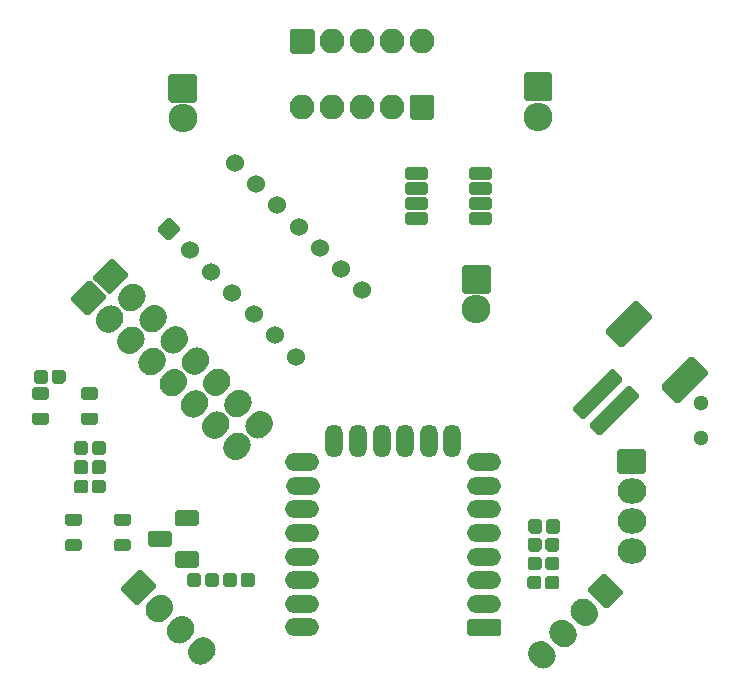
<source format=gbr>
%TF.GenerationSoftware,KiCad,Pcbnew,(5.1.10)-1*%
%TF.CreationDate,2022-09-07T11:24:22-03:00*%
%TF.ProjectId,OpenBCI_Wifi_Shield,4f70656e-4243-4495-9f57-6966695f5368,v1.0.0*%
%TF.SameCoordinates,Original*%
%TF.FileFunction,Soldermask,Top*%
%TF.FilePolarity,Negative*%
%FSLAX46Y46*%
G04 Gerber Fmt 4.6, Leading zero omitted, Abs format (unit mm)*
G04 Created by KiCad (PCBNEW (5.1.10)-1) date 2022-09-07 11:24:22*
%MOMM*%
%LPD*%
G01*
G04 APERTURE LIST*
%ADD10O,2.900000X1.500000*%
%ADD11O,1.500000X2.800000*%
%ADD12O,2.432000X2.127200*%
%ADD13O,2.432000X2.432000*%
%ADD14C,1.300000*%
%ADD15C,1.530000*%
%ADD16O,2.100000X2.100000*%
G04 APERTURE END LIST*
%TO.C,R8*%
G36*
G01*
X122297200Y-107055000D02*
X122297200Y-106305000D01*
G75*
G02*
X122497200Y-106105000I200000J0D01*
G01*
X123297200Y-106105000D01*
G75*
G02*
X123497200Y-106305000I0J-200000D01*
G01*
X123497200Y-107055000D01*
G75*
G02*
X123297200Y-107255000I-200000J0D01*
G01*
X122497200Y-107255000D01*
G75*
G02*
X122297200Y-107055000I0J200000D01*
G01*
G37*
G36*
G01*
X123797200Y-107055000D02*
X123797200Y-106305000D01*
G75*
G02*
X123997200Y-106105000I200000J0D01*
G01*
X124797200Y-106105000D01*
G75*
G02*
X124997200Y-106305000I0J-200000D01*
G01*
X124997200Y-107055000D01*
G75*
G02*
X124797200Y-107255000I-200000J0D01*
G01*
X123997200Y-107255000D01*
G75*
G02*
X123797200Y-107055000I0J200000D01*
G01*
G37*
%TD*%
%TO.C,SW4*%
G36*
G01*
X94449000Y-103932000D02*
X94449000Y-104932000D01*
G75*
G02*
X94249000Y-105132000I-200000J0D01*
G01*
X92649000Y-105132000D01*
G75*
G02*
X92449000Y-104932000I0J200000D01*
G01*
X92449000Y-103932000D01*
G75*
G02*
X92649000Y-103732000I200000J0D01*
G01*
X94249000Y-103732000D01*
G75*
G02*
X94449000Y-103932000I0J-200000D01*
G01*
G37*
G36*
G01*
X92149000Y-105682000D02*
X92149000Y-106682000D01*
G75*
G02*
X91949000Y-106882000I-200000J0D01*
G01*
X90349000Y-106882000D01*
G75*
G02*
X90149000Y-106682000I0J200000D01*
G01*
X90149000Y-105682000D01*
G75*
G02*
X90349000Y-105482000I200000J0D01*
G01*
X91949000Y-105482000D01*
G75*
G02*
X92149000Y-105682000I0J-200000D01*
G01*
G37*
G36*
G01*
X94449000Y-107432000D02*
X94449000Y-108432000D01*
G75*
G02*
X94249000Y-108632000I-200000J0D01*
G01*
X92649000Y-108632000D01*
G75*
G02*
X92449000Y-108432000I0J200000D01*
G01*
X92449000Y-107432000D01*
G75*
G02*
X92649000Y-107232000I200000J0D01*
G01*
X94249000Y-107232000D01*
G75*
G02*
X94449000Y-107432000I0J-200000D01*
G01*
G37*
%TD*%
%TO.C,U1*%
G36*
G01*
X120074000Y-113132000D02*
X120074000Y-114232000D01*
G75*
G02*
X119874000Y-114432000I-200000J0D01*
G01*
X117374000Y-114432000D01*
G75*
G02*
X117174000Y-114232000I0J200000D01*
G01*
X117174000Y-113132000D01*
G75*
G02*
X117374000Y-112932000I200000J0D01*
G01*
X119874000Y-112932000D01*
G75*
G02*
X120074000Y-113132000I0J-200000D01*
G01*
G37*
D10*
X118624000Y-111682000D03*
X118624000Y-109682000D03*
X118624000Y-107682000D03*
X118624000Y-105682000D03*
X118624000Y-103682000D03*
X118624000Y-101682000D03*
X118624000Y-99682000D03*
X103224000Y-99682000D03*
X103324000Y-101682000D03*
X103224000Y-103682000D03*
X103224000Y-105682000D03*
X103224000Y-107682000D03*
X103224000Y-109682000D03*
X103224000Y-111682000D03*
X103224000Y-113682000D03*
D11*
X115934000Y-97932000D03*
X113934000Y-97932000D03*
X111934000Y-97932000D03*
X109934000Y-97932000D03*
X107934000Y-97932000D03*
X105934000Y-97932000D03*
%TD*%
%TO.C,SW2*%
G36*
G01*
X83114200Y-104882600D02*
X83114200Y-104232600D01*
G75*
G02*
X83314200Y-104032600I200000J0D01*
G01*
X84364200Y-104032600D01*
G75*
G02*
X84564200Y-104232600I0J-200000D01*
G01*
X84564200Y-104882600D01*
G75*
G02*
X84364200Y-105082600I-200000J0D01*
G01*
X83314200Y-105082600D01*
G75*
G02*
X83114200Y-104882600I0J200000D01*
G01*
G37*
G36*
G01*
X87264200Y-104882600D02*
X87264200Y-104232600D01*
G75*
G02*
X87464200Y-104032600I200000J0D01*
G01*
X88514200Y-104032600D01*
G75*
G02*
X88714200Y-104232600I0J-200000D01*
G01*
X88714200Y-104882600D01*
G75*
G02*
X88514200Y-105082600I-200000J0D01*
G01*
X87464200Y-105082600D01*
G75*
G02*
X87264200Y-104882600I0J200000D01*
G01*
G37*
G36*
G01*
X83114200Y-107032600D02*
X83114200Y-106382600D01*
G75*
G02*
X83314200Y-106182600I200000J0D01*
G01*
X84364200Y-106182600D01*
G75*
G02*
X84564200Y-106382600I0J-200000D01*
G01*
X84564200Y-107032600D01*
G75*
G02*
X84364200Y-107232600I-200000J0D01*
G01*
X83314200Y-107232600D01*
G75*
G02*
X83114200Y-107032600I0J200000D01*
G01*
G37*
G36*
G01*
X87264200Y-107032600D02*
X87264200Y-106382600D01*
G75*
G02*
X87464200Y-106182600I200000J0D01*
G01*
X88514200Y-106182600D01*
G75*
G02*
X88714200Y-106382600I0J-200000D01*
G01*
X88714200Y-107032600D01*
G75*
G02*
X88514200Y-107232600I-200000J0D01*
G01*
X87464200Y-107232600D01*
G75*
G02*
X87264200Y-107032600I0J200000D01*
G01*
G37*
%TD*%
%TO.C,P8*%
G36*
G01*
X83644901Y-85742142D02*
X85081742Y-84305301D01*
G75*
G02*
X85364584Y-84305301I141421J-141421D01*
G01*
X86585899Y-85526616D01*
G75*
G02*
X86585899Y-85809458I-141421J-141421D01*
G01*
X85149058Y-87246299D01*
G75*
G02*
X84866216Y-87246299I-141421J141421D01*
G01*
X83644901Y-86024984D01*
G75*
G02*
X83644901Y-85742142I141421J141421D01*
G01*
G37*
G36*
G01*
X86051609Y-86927535D02*
X86267135Y-86712009D01*
G75*
G02*
X87771293Y-86712009I752079J-752079D01*
G01*
X87771293Y-86712009D01*
G75*
G02*
X87771293Y-88216167I-752079J-752079D01*
G01*
X87555767Y-88431693D01*
G75*
G02*
X86051609Y-88431693I-752079J752079D01*
G01*
X86051609Y-88431693D01*
G75*
G02*
X86051609Y-86927535I752079J752079D01*
G01*
G37*
G36*
G01*
X87847660Y-88723586D02*
X88063186Y-88508060D01*
G75*
G02*
X89567344Y-88508060I752079J-752079D01*
G01*
X89567344Y-88508060D01*
G75*
G02*
X89567344Y-90012218I-752079J-752079D01*
G01*
X89351818Y-90227744D01*
G75*
G02*
X87847660Y-90227744I-752079J752079D01*
G01*
X87847660Y-90227744D01*
G75*
G02*
X87847660Y-88723586I752079J752079D01*
G01*
G37*
G36*
G01*
X89643712Y-90519638D02*
X89859238Y-90304112D01*
G75*
G02*
X91363396Y-90304112I752079J-752079D01*
G01*
X91363396Y-90304112D01*
G75*
G02*
X91363396Y-91808270I-752079J-752079D01*
G01*
X91147870Y-92023796D01*
G75*
G02*
X89643712Y-92023796I-752079J752079D01*
G01*
X89643712Y-92023796D01*
G75*
G02*
X89643712Y-90519638I752079J752079D01*
G01*
G37*
G36*
G01*
X91439763Y-92315689D02*
X91655289Y-92100163D01*
G75*
G02*
X93159447Y-92100163I752079J-752079D01*
G01*
X93159447Y-92100163D01*
G75*
G02*
X93159447Y-93604321I-752079J-752079D01*
G01*
X92943921Y-93819847D01*
G75*
G02*
X91439763Y-93819847I-752079J752079D01*
G01*
X91439763Y-93819847D01*
G75*
G02*
X91439763Y-92315689I752079J752079D01*
G01*
G37*
G36*
G01*
X93235814Y-94111740D02*
X93451340Y-93896214D01*
G75*
G02*
X94955498Y-93896214I752079J-752079D01*
G01*
X94955498Y-93896214D01*
G75*
G02*
X94955498Y-95400372I-752079J-752079D01*
G01*
X94739972Y-95615898D01*
G75*
G02*
X93235814Y-95615898I-752079J752079D01*
G01*
X93235814Y-95615898D01*
G75*
G02*
X93235814Y-94111740I752079J752079D01*
G01*
G37*
G36*
G01*
X95031865Y-95907791D02*
X95247391Y-95692265D01*
G75*
G02*
X96751549Y-95692265I752079J-752079D01*
G01*
X96751549Y-95692265D01*
G75*
G02*
X96751549Y-97196423I-752079J-752079D01*
G01*
X96536023Y-97411949D01*
G75*
G02*
X95031865Y-97411949I-752079J752079D01*
G01*
X95031865Y-97411949D01*
G75*
G02*
X95031865Y-95907791I752079J752079D01*
G01*
G37*
G36*
G01*
X96827917Y-97703843D02*
X97043443Y-97488317D01*
G75*
G02*
X98547601Y-97488317I752079J-752079D01*
G01*
X98547601Y-97488317D01*
G75*
G02*
X98547601Y-98992475I-752079J-752079D01*
G01*
X98332075Y-99208001D01*
G75*
G02*
X96827917Y-99208001I-752079J752079D01*
G01*
X96827917Y-99208001D01*
G75*
G02*
X96827917Y-97703843I752079J752079D01*
G01*
G37*
%TD*%
%TO.C,P9*%
G36*
G01*
X130082400Y-98555200D02*
X132114400Y-98555200D01*
G75*
G02*
X132314400Y-98755200I0J-200000D01*
G01*
X132314400Y-100482400D01*
G75*
G02*
X132114400Y-100682400I-200000J0D01*
G01*
X130082400Y-100682400D01*
G75*
G02*
X129882400Y-100482400I0J200000D01*
G01*
X129882400Y-98755200D01*
G75*
G02*
X130082400Y-98555200I200000J0D01*
G01*
G37*
D12*
X131098400Y-102158800D03*
X131098400Y-104698800D03*
X131098400Y-107238800D03*
%TD*%
%TO.C,P10*%
G36*
G01*
X128924458Y-109132301D02*
X130361299Y-110569142D01*
G75*
G02*
X130361299Y-110851984I-141421J-141421D01*
G01*
X129139984Y-112073299D01*
G75*
G02*
X128857142Y-112073299I-141421J141421D01*
G01*
X127420301Y-110636458D01*
G75*
G02*
X127420301Y-110353616I141421J141421D01*
G01*
X128641616Y-109132301D01*
G75*
G02*
X128924458Y-109132301I141421J-141421D01*
G01*
G37*
G36*
G01*
X127739065Y-111539009D02*
X127954591Y-111754535D01*
G75*
G02*
X127954591Y-113258693I-752079J-752079D01*
G01*
X127954591Y-113258693D01*
G75*
G02*
X126450433Y-113258693I-752079J752079D01*
G01*
X126234907Y-113043167D01*
G75*
G02*
X126234907Y-111539009I752079J752079D01*
G01*
X126234907Y-111539009D01*
G75*
G02*
X127739065Y-111539009I752079J-752079D01*
G01*
G37*
G36*
G01*
X125943014Y-113335060D02*
X126158540Y-113550586D01*
G75*
G02*
X126158540Y-115054744I-752079J-752079D01*
G01*
X126158540Y-115054744D01*
G75*
G02*
X124654382Y-115054744I-752079J752079D01*
G01*
X124438856Y-114839218D01*
G75*
G02*
X124438856Y-113335060I752079J752079D01*
G01*
X124438856Y-113335060D01*
G75*
G02*
X125943014Y-113335060I752079J-752079D01*
G01*
G37*
G36*
G01*
X124146962Y-115131112D02*
X124362488Y-115346638D01*
G75*
G02*
X124362488Y-116850796I-752079J-752079D01*
G01*
X124362488Y-116850796D01*
G75*
G02*
X122858330Y-116850796I-752079J752079D01*
G01*
X122642804Y-116635270D01*
G75*
G02*
X122642804Y-115131112I752079J752079D01*
G01*
X122642804Y-115131112D01*
G75*
G02*
X124146962Y-115131112I752079J-752079D01*
G01*
G37*
%TD*%
%TO.C,P7*%
G36*
G01*
X85524501Y-83913342D02*
X86961342Y-82476501D01*
G75*
G02*
X87244184Y-82476501I141421J-141421D01*
G01*
X88465499Y-83697816D01*
G75*
G02*
X88465499Y-83980658I-141421J-141421D01*
G01*
X87028658Y-85417499D01*
G75*
G02*
X86745816Y-85417499I-141421J141421D01*
G01*
X85524501Y-84196184D01*
G75*
G02*
X85524501Y-83913342I141421J141421D01*
G01*
G37*
G36*
G01*
X87931209Y-85098735D02*
X88146735Y-84883209D01*
G75*
G02*
X89650893Y-84883209I752079J-752079D01*
G01*
X89650893Y-84883209D01*
G75*
G02*
X89650893Y-86387367I-752079J-752079D01*
G01*
X89435367Y-86602893D01*
G75*
G02*
X87931209Y-86602893I-752079J752079D01*
G01*
X87931209Y-86602893D01*
G75*
G02*
X87931209Y-85098735I752079J752079D01*
G01*
G37*
G36*
G01*
X89727260Y-86894786D02*
X89942786Y-86679260D01*
G75*
G02*
X91446944Y-86679260I752079J-752079D01*
G01*
X91446944Y-86679260D01*
G75*
G02*
X91446944Y-88183418I-752079J-752079D01*
G01*
X91231418Y-88398944D01*
G75*
G02*
X89727260Y-88398944I-752079J752079D01*
G01*
X89727260Y-88398944D01*
G75*
G02*
X89727260Y-86894786I752079J752079D01*
G01*
G37*
G36*
G01*
X91523312Y-88690838D02*
X91738838Y-88475312D01*
G75*
G02*
X93242996Y-88475312I752079J-752079D01*
G01*
X93242996Y-88475312D01*
G75*
G02*
X93242996Y-89979470I-752079J-752079D01*
G01*
X93027470Y-90194996D01*
G75*
G02*
X91523312Y-90194996I-752079J752079D01*
G01*
X91523312Y-90194996D01*
G75*
G02*
X91523312Y-88690838I752079J752079D01*
G01*
G37*
G36*
G01*
X93319363Y-90486889D02*
X93534889Y-90271363D01*
G75*
G02*
X95039047Y-90271363I752079J-752079D01*
G01*
X95039047Y-90271363D01*
G75*
G02*
X95039047Y-91775521I-752079J-752079D01*
G01*
X94823521Y-91991047D01*
G75*
G02*
X93319363Y-91991047I-752079J752079D01*
G01*
X93319363Y-91991047D01*
G75*
G02*
X93319363Y-90486889I752079J752079D01*
G01*
G37*
G36*
G01*
X95115414Y-92282940D02*
X95330940Y-92067414D01*
G75*
G02*
X96835098Y-92067414I752079J-752079D01*
G01*
X96835098Y-92067414D01*
G75*
G02*
X96835098Y-93571572I-752079J-752079D01*
G01*
X96619572Y-93787098D01*
G75*
G02*
X95115414Y-93787098I-752079J752079D01*
G01*
X95115414Y-93787098D01*
G75*
G02*
X95115414Y-92282940I752079J752079D01*
G01*
G37*
G36*
G01*
X96911465Y-94078991D02*
X97126991Y-93863465D01*
G75*
G02*
X98631149Y-93863465I752079J-752079D01*
G01*
X98631149Y-93863465D01*
G75*
G02*
X98631149Y-95367623I-752079J-752079D01*
G01*
X98415623Y-95583149D01*
G75*
G02*
X96911465Y-95583149I-752079J752079D01*
G01*
X96911465Y-95583149D01*
G75*
G02*
X96911465Y-94078991I752079J752079D01*
G01*
G37*
G36*
G01*
X98707517Y-95875043D02*
X98923043Y-95659517D01*
G75*
G02*
X100427201Y-95659517I752079J-752079D01*
G01*
X100427201Y-95659517D01*
G75*
G02*
X100427201Y-97163675I-752079J-752079D01*
G01*
X100211675Y-97379201D01*
G75*
G02*
X98707517Y-97379201I-752079J752079D01*
G01*
X98707517Y-97379201D01*
G75*
G02*
X98707517Y-95875043I752079J752079D01*
G01*
G37*
%TD*%
%TO.C,P4*%
G36*
G01*
X92075000Y-66810000D02*
X94107000Y-66810000D01*
G75*
G02*
X94307000Y-67010000I0J-200000D01*
G01*
X94307000Y-69042000D01*
G75*
G02*
X94107000Y-69242000I-200000J0D01*
G01*
X92075000Y-69242000D01*
G75*
G02*
X91875000Y-69042000I0J200000D01*
G01*
X91875000Y-67010000D01*
G75*
G02*
X92075000Y-66810000I200000J0D01*
G01*
G37*
D13*
X93091000Y-70566000D03*
%TD*%
%TO.C,P6*%
G36*
G01*
X116951000Y-82985000D02*
X118983000Y-82985000D01*
G75*
G02*
X119183000Y-83185000I0J-200000D01*
G01*
X119183000Y-85217000D01*
G75*
G02*
X118983000Y-85417000I-200000J0D01*
G01*
X116951000Y-85417000D01*
G75*
G02*
X116751000Y-85217000I0J200000D01*
G01*
X116751000Y-83185000D01*
G75*
G02*
X116951000Y-82985000I200000J0D01*
G01*
G37*
X117967000Y-86741000D03*
%TD*%
%TO.C,P5*%
G36*
G01*
X122174000Y-66683000D02*
X124206000Y-66683000D01*
G75*
G02*
X124406000Y-66883000I0J-200000D01*
G01*
X124406000Y-68915000D01*
G75*
G02*
X124206000Y-69115000I-200000J0D01*
G01*
X122174000Y-69115000D01*
G75*
G02*
X121974000Y-68915000I0J200000D01*
G01*
X121974000Y-66883000D01*
G75*
G02*
X122174000Y-66683000I200000J0D01*
G01*
G37*
X123190000Y-70439000D03*
%TD*%
%TO.C,P1*%
G36*
G01*
X87853501Y-110248342D02*
X89290342Y-108811501D01*
G75*
G02*
X89573184Y-108811501I141421J-141421D01*
G01*
X90794499Y-110032816D01*
G75*
G02*
X90794499Y-110315658I-141421J-141421D01*
G01*
X89357658Y-111752499D01*
G75*
G02*
X89074816Y-111752499I-141421J141421D01*
G01*
X87853501Y-110531184D01*
G75*
G02*
X87853501Y-110248342I141421J141421D01*
G01*
G37*
G36*
G01*
X90260209Y-111433735D02*
X90475735Y-111218209D01*
G75*
G02*
X91979893Y-111218209I752079J-752079D01*
G01*
X91979893Y-111218209D01*
G75*
G02*
X91979893Y-112722367I-752079J-752079D01*
G01*
X91764367Y-112937893D01*
G75*
G02*
X90260209Y-112937893I-752079J752079D01*
G01*
X90260209Y-112937893D01*
G75*
G02*
X90260209Y-111433735I752079J752079D01*
G01*
G37*
G36*
G01*
X92056260Y-113229786D02*
X92271786Y-113014260D01*
G75*
G02*
X93775944Y-113014260I752079J-752079D01*
G01*
X93775944Y-113014260D01*
G75*
G02*
X93775944Y-114518418I-752079J-752079D01*
G01*
X93560418Y-114733944D01*
G75*
G02*
X92056260Y-114733944I-752079J752079D01*
G01*
X92056260Y-114733944D01*
G75*
G02*
X92056260Y-113229786I752079J752079D01*
G01*
G37*
G36*
G01*
X93852312Y-115025838D02*
X94067838Y-114810312D01*
G75*
G02*
X95571996Y-114810312I752079J-752079D01*
G01*
X95571996Y-114810312D01*
G75*
G02*
X95571996Y-116314470I-752079J-752079D01*
G01*
X95356470Y-116529996D01*
G75*
G02*
X93852312Y-116529996I-752079J752079D01*
G01*
X93852312Y-116529996D01*
G75*
G02*
X93852312Y-115025838I752079J752079D01*
G01*
G37*
%TD*%
%TO.C,R1*%
G36*
G01*
X83188800Y-92081000D02*
X83188800Y-92831000D01*
G75*
G02*
X82988800Y-93031000I-200000J0D01*
G01*
X82188800Y-93031000D01*
G75*
G02*
X81988800Y-92831000I0J200000D01*
G01*
X81988800Y-92081000D01*
G75*
G02*
X82188800Y-91881000I200000J0D01*
G01*
X82988800Y-91881000D01*
G75*
G02*
X83188800Y-92081000I0J-200000D01*
G01*
G37*
G36*
G01*
X81688800Y-92081000D02*
X81688800Y-92831000D01*
G75*
G02*
X81488800Y-93031000I-200000J0D01*
G01*
X80688800Y-93031000D01*
G75*
G02*
X80488800Y-92831000I0J200000D01*
G01*
X80488800Y-92081000D01*
G75*
G02*
X80688800Y-91881000I200000J0D01*
G01*
X81488800Y-91881000D01*
G75*
G02*
X81688800Y-92081000I0J-200000D01*
G01*
G37*
%TD*%
%TO.C,R3*%
G36*
G01*
X93468200Y-110039500D02*
X93468200Y-109289500D01*
G75*
G02*
X93668200Y-109089500I200000J0D01*
G01*
X94468200Y-109089500D01*
G75*
G02*
X94668200Y-109289500I0J-200000D01*
G01*
X94668200Y-110039500D01*
G75*
G02*
X94468200Y-110239500I-200000J0D01*
G01*
X93668200Y-110239500D01*
G75*
G02*
X93468200Y-110039500I0J200000D01*
G01*
G37*
G36*
G01*
X94968200Y-110039500D02*
X94968200Y-109289500D01*
G75*
G02*
X95168200Y-109089500I200000J0D01*
G01*
X95968200Y-109089500D01*
G75*
G02*
X96168200Y-109289500I0J-200000D01*
G01*
X96168200Y-110039500D01*
G75*
G02*
X95968200Y-110239500I-200000J0D01*
G01*
X95168200Y-110239500D01*
G75*
G02*
X94968200Y-110039500I0J200000D01*
G01*
G37*
%TD*%
%TO.C,R4*%
G36*
G01*
X86592400Y-101377400D02*
X86592400Y-102127400D01*
G75*
G02*
X86392400Y-102327400I-200000J0D01*
G01*
X85592400Y-102327400D01*
G75*
G02*
X85392400Y-102127400I0J200000D01*
G01*
X85392400Y-101377400D01*
G75*
G02*
X85592400Y-101177400I200000J0D01*
G01*
X86392400Y-101177400D01*
G75*
G02*
X86592400Y-101377400I0J-200000D01*
G01*
G37*
G36*
G01*
X85092400Y-101377400D02*
X85092400Y-102127400D01*
G75*
G02*
X84892400Y-102327400I-200000J0D01*
G01*
X84092400Y-102327400D01*
G75*
G02*
X83892400Y-102127400I0J200000D01*
G01*
X83892400Y-101377400D01*
G75*
G02*
X84092400Y-101177400I200000J0D01*
G01*
X84892400Y-101177400D01*
G75*
G02*
X85092400Y-101377400I0J-200000D01*
G01*
G37*
%TD*%
%TO.C,SW1*%
G36*
G01*
X85935500Y-95688500D02*
X85935500Y-96338500D01*
G75*
G02*
X85735500Y-96538500I-200000J0D01*
G01*
X84685500Y-96538500D01*
G75*
G02*
X84485500Y-96338500I0J200000D01*
G01*
X84485500Y-95688500D01*
G75*
G02*
X84685500Y-95488500I200000J0D01*
G01*
X85735500Y-95488500D01*
G75*
G02*
X85935500Y-95688500I0J-200000D01*
G01*
G37*
G36*
G01*
X81785500Y-95688500D02*
X81785500Y-96338500D01*
G75*
G02*
X81585500Y-96538500I-200000J0D01*
G01*
X80535500Y-96538500D01*
G75*
G02*
X80335500Y-96338500I0J200000D01*
G01*
X80335500Y-95688500D01*
G75*
G02*
X80535500Y-95488500I200000J0D01*
G01*
X81585500Y-95488500D01*
G75*
G02*
X81785500Y-95688500I0J-200000D01*
G01*
G37*
G36*
G01*
X85935500Y-93538500D02*
X85935500Y-94188500D01*
G75*
G02*
X85735500Y-94388500I-200000J0D01*
G01*
X84685500Y-94388500D01*
G75*
G02*
X84485500Y-94188500I0J200000D01*
G01*
X84485500Y-93538500D01*
G75*
G02*
X84685500Y-93338500I200000J0D01*
G01*
X85735500Y-93338500D01*
G75*
G02*
X85935500Y-93538500I0J-200000D01*
G01*
G37*
G36*
G01*
X81785500Y-93538500D02*
X81785500Y-94188500D01*
G75*
G02*
X81585500Y-94388500I-200000J0D01*
G01*
X80535500Y-94388500D01*
G75*
G02*
X80335500Y-94188500I0J200000D01*
G01*
X80335500Y-93538500D01*
G75*
G02*
X80535500Y-93338500I200000J0D01*
G01*
X81585500Y-93338500D01*
G75*
G02*
X81785500Y-93538500I0J-200000D01*
G01*
G37*
%TD*%
%TO.C,R5*%
G36*
G01*
X124997200Y-107879800D02*
X124997200Y-108629800D01*
G75*
G02*
X124797200Y-108829800I-200000J0D01*
G01*
X123997200Y-108829800D01*
G75*
G02*
X123797200Y-108629800I0J200000D01*
G01*
X123797200Y-107879800D01*
G75*
G02*
X123997200Y-107679800I200000J0D01*
G01*
X124797200Y-107679800D01*
G75*
G02*
X124997200Y-107879800I0J-200000D01*
G01*
G37*
G36*
G01*
X123497200Y-107879800D02*
X123497200Y-108629800D01*
G75*
G02*
X123297200Y-108829800I-200000J0D01*
G01*
X122497200Y-108829800D01*
G75*
G02*
X122297200Y-108629800I0J200000D01*
G01*
X122297200Y-107879800D01*
G75*
G02*
X122497200Y-107679800I200000J0D01*
G01*
X123297200Y-107679800D01*
G75*
G02*
X123497200Y-107879800I0J-200000D01*
G01*
G37*
%TD*%
%TO.C,R6*%
G36*
G01*
X124974000Y-109507000D02*
X124974000Y-110257000D01*
G75*
G02*
X124774000Y-110457000I-200000J0D01*
G01*
X123974000Y-110457000D01*
G75*
G02*
X123774000Y-110257000I0J200000D01*
G01*
X123774000Y-109507000D01*
G75*
G02*
X123974000Y-109307000I200000J0D01*
G01*
X124774000Y-109307000D01*
G75*
G02*
X124974000Y-109507000I0J-200000D01*
G01*
G37*
G36*
G01*
X123474000Y-109507000D02*
X123474000Y-110257000D01*
G75*
G02*
X123274000Y-110457000I-200000J0D01*
G01*
X122474000Y-110457000D01*
G75*
G02*
X122274000Y-110257000I0J200000D01*
G01*
X122274000Y-109507000D01*
G75*
G02*
X122474000Y-109307000I200000J0D01*
G01*
X123274000Y-109307000D01*
G75*
G02*
X123474000Y-109507000I0J-200000D01*
G01*
G37*
%TD*%
%TO.C,R7*%
G36*
G01*
X83892400Y-98876200D02*
X83892400Y-98126200D01*
G75*
G02*
X84092400Y-97926200I200000J0D01*
G01*
X84892400Y-97926200D01*
G75*
G02*
X85092400Y-98126200I0J-200000D01*
G01*
X85092400Y-98876200D01*
G75*
G02*
X84892400Y-99076200I-200000J0D01*
G01*
X84092400Y-99076200D01*
G75*
G02*
X83892400Y-98876200I0J200000D01*
G01*
G37*
G36*
G01*
X85392400Y-98876200D02*
X85392400Y-98126200D01*
G75*
G02*
X85592400Y-97926200I200000J0D01*
G01*
X86392400Y-97926200D01*
G75*
G02*
X86592400Y-98126200I0J-200000D01*
G01*
X86592400Y-98876200D01*
G75*
G02*
X86392400Y-99076200I-200000J0D01*
G01*
X85592400Y-99076200D01*
G75*
G02*
X85392400Y-98876200I0J200000D01*
G01*
G37*
%TD*%
%TO.C,P2*%
G36*
G01*
X130318054Y-92828066D02*
X127136073Y-96010047D01*
G75*
G02*
X126853231Y-96010047I-141421J141421D01*
G01*
X126146124Y-95302940D01*
G75*
G02*
X126146124Y-95020098I141421J141421D01*
G01*
X129328105Y-91838117D01*
G75*
G02*
X129610947Y-91838117I141421J-141421D01*
G01*
X130318054Y-92545224D01*
G75*
G02*
X130318054Y-92828066I-141421J-141421D01*
G01*
G37*
G36*
G01*
X131732268Y-94242279D02*
X128550287Y-97424260D01*
G75*
G02*
X128267445Y-97424260I-141421J141421D01*
G01*
X127560338Y-96717153D01*
G75*
G02*
X127560338Y-96434311I141421J141421D01*
G01*
X130742319Y-93252330D01*
G75*
G02*
X131025161Y-93252330I141421J-141421D01*
G01*
X131732268Y-93959437D01*
G75*
G02*
X131732268Y-94242279I-141421J-141421D01*
G01*
G37*
G36*
G01*
X132792928Y-87524765D02*
X130388765Y-89928928D01*
G75*
G02*
X130105923Y-89928928I-141421J141421D01*
G01*
X128903842Y-88726847D01*
G75*
G02*
X128903842Y-88444005I141421J141421D01*
G01*
X131308005Y-86039842D01*
G75*
G02*
X131590847Y-86039842I141421J-141421D01*
G01*
X132792928Y-87241923D01*
G75*
G02*
X132792928Y-87524765I-141421J-141421D01*
G01*
G37*
G36*
G01*
X137530543Y-92262380D02*
X135126380Y-94666543D01*
G75*
G02*
X134843538Y-94666543I-141421J141421D01*
G01*
X133641457Y-93464462D01*
G75*
G02*
X133641457Y-93181620I141421J141421D01*
G01*
X136045620Y-90777457D01*
G75*
G02*
X136328462Y-90777457I141421J-141421D01*
G01*
X137530543Y-91979538D01*
G75*
G02*
X137530543Y-92262380I-141421J-141421D01*
G01*
G37*
%TD*%
%TO.C,D2*%
G36*
G01*
X99201580Y-109265720D02*
X99201580Y-110063280D01*
G75*
G02*
X99001580Y-110263280I-200000J0D01*
G01*
X98204020Y-110263280D01*
G75*
G02*
X98004020Y-110063280I0J200000D01*
G01*
X98004020Y-109265720D01*
G75*
G02*
X98204020Y-109065720I200000J0D01*
G01*
X99001580Y-109065720D01*
G75*
G02*
X99201580Y-109265720I0J-200000D01*
G01*
G37*
G36*
G01*
X97702980Y-109265720D02*
X97702980Y-110063280D01*
G75*
G02*
X97502980Y-110263280I-200000J0D01*
G01*
X96705420Y-110263280D01*
G75*
G02*
X96505420Y-110063280I0J200000D01*
G01*
X96505420Y-109265720D01*
G75*
G02*
X96705420Y-109065720I200000J0D01*
G01*
X97502980Y-109065720D01*
G75*
G02*
X97702980Y-109265720I0J-200000D01*
G01*
G37*
%TD*%
%TO.C,D3*%
G36*
G01*
X83894320Y-100525580D02*
X83894320Y-99728020D01*
G75*
G02*
X84094320Y-99528020I200000J0D01*
G01*
X84891880Y-99528020D01*
G75*
G02*
X85091880Y-99728020I0J-200000D01*
G01*
X85091880Y-100525580D01*
G75*
G02*
X84891880Y-100725580I-200000J0D01*
G01*
X84094320Y-100725580D01*
G75*
G02*
X83894320Y-100525580I0J200000D01*
G01*
G37*
G36*
G01*
X85392920Y-100525580D02*
X85392920Y-99728020D01*
G75*
G02*
X85592920Y-99528020I200000J0D01*
G01*
X86390480Y-99528020D01*
G75*
G02*
X86590480Y-99728020I0J-200000D01*
G01*
X86590480Y-100525580D01*
G75*
G02*
X86390480Y-100725580I-200000J0D01*
G01*
X85592920Y-100725580D01*
G75*
G02*
X85392920Y-100525580I0J200000D01*
G01*
G37*
%TD*%
D14*
%TO.C,SW3*%
X136956800Y-97639000D03*
X136956800Y-94639000D03*
%TD*%
%TO.C,D4*%
G36*
G01*
X125046080Y-104731820D02*
X125046080Y-105529380D01*
G75*
G02*
X124846080Y-105729380I-200000J0D01*
G01*
X124048520Y-105729380D01*
G75*
G02*
X123848520Y-105529380I0J200000D01*
G01*
X123848520Y-104731820D01*
G75*
G02*
X124048520Y-104531820I200000J0D01*
G01*
X124846080Y-104531820D01*
G75*
G02*
X125046080Y-104731820I0J-200000D01*
G01*
G37*
G36*
G01*
X123547480Y-104731820D02*
X123547480Y-105529380D01*
G75*
G02*
X123347480Y-105729380I-200000J0D01*
G01*
X122549920Y-105729380D01*
G75*
G02*
X122349920Y-105529380I0J200000D01*
G01*
X122349920Y-104731820D01*
G75*
G02*
X122549920Y-104531820I200000J0D01*
G01*
X123347480Y-104531820D01*
G75*
G02*
X123547480Y-104731820I0J-200000D01*
G01*
G37*
%TD*%
%TO.C,IC1*%
G36*
G01*
X113664000Y-75767000D02*
X112136000Y-75767000D01*
G75*
G02*
X111936000Y-75567000I0J200000D01*
G01*
X111936000Y-74917000D01*
G75*
G02*
X112136000Y-74717000I200000J0D01*
G01*
X113664000Y-74717000D01*
G75*
G02*
X113864000Y-74917000I0J-200000D01*
G01*
X113864000Y-75567000D01*
G75*
G02*
X113664000Y-75767000I-200000J0D01*
G01*
G37*
G36*
G01*
X113664000Y-77037000D02*
X112136000Y-77037000D01*
G75*
G02*
X111936000Y-76837000I0J200000D01*
G01*
X111936000Y-76187000D01*
G75*
G02*
X112136000Y-75987000I200000J0D01*
G01*
X113664000Y-75987000D01*
G75*
G02*
X113864000Y-76187000I0J-200000D01*
G01*
X113864000Y-76837000D01*
G75*
G02*
X113664000Y-77037000I-200000J0D01*
G01*
G37*
G36*
G01*
X113664000Y-78307000D02*
X112136000Y-78307000D01*
G75*
G02*
X111936000Y-78107000I0J200000D01*
G01*
X111936000Y-77457000D01*
G75*
G02*
X112136000Y-77257000I200000J0D01*
G01*
X113664000Y-77257000D01*
G75*
G02*
X113864000Y-77457000I0J-200000D01*
G01*
X113864000Y-78107000D01*
G75*
G02*
X113664000Y-78307000I-200000J0D01*
G01*
G37*
G36*
G01*
X113664000Y-79577000D02*
X112136000Y-79577000D01*
G75*
G02*
X111936000Y-79377000I0J200000D01*
G01*
X111936000Y-78727000D01*
G75*
G02*
X112136000Y-78527000I200000J0D01*
G01*
X113664000Y-78527000D01*
G75*
G02*
X113864000Y-78727000I0J-200000D01*
G01*
X113864000Y-79377000D01*
G75*
G02*
X113664000Y-79577000I-200000J0D01*
G01*
G37*
G36*
G01*
X119086000Y-79577000D02*
X117558000Y-79577000D01*
G75*
G02*
X117358000Y-79377000I0J200000D01*
G01*
X117358000Y-78727000D01*
G75*
G02*
X117558000Y-78527000I200000J0D01*
G01*
X119086000Y-78527000D01*
G75*
G02*
X119286000Y-78727000I0J-200000D01*
G01*
X119286000Y-79377000D01*
G75*
G02*
X119086000Y-79577000I-200000J0D01*
G01*
G37*
G36*
G01*
X119086000Y-78307000D02*
X117558000Y-78307000D01*
G75*
G02*
X117358000Y-78107000I0J200000D01*
G01*
X117358000Y-77457000D01*
G75*
G02*
X117558000Y-77257000I200000J0D01*
G01*
X119086000Y-77257000D01*
G75*
G02*
X119286000Y-77457000I0J-200000D01*
G01*
X119286000Y-78107000D01*
G75*
G02*
X119086000Y-78307000I-200000J0D01*
G01*
G37*
G36*
G01*
X119086000Y-77037000D02*
X117558000Y-77037000D01*
G75*
G02*
X117358000Y-76837000I0J200000D01*
G01*
X117358000Y-76187000D01*
G75*
G02*
X117558000Y-75987000I200000J0D01*
G01*
X119086000Y-75987000D01*
G75*
G02*
X119286000Y-76187000I0J-200000D01*
G01*
X119286000Y-76837000D01*
G75*
G02*
X119086000Y-77037000I-200000J0D01*
G01*
G37*
G36*
G01*
X119086000Y-75767000D02*
X117558000Y-75767000D01*
G75*
G02*
X117358000Y-75567000I0J200000D01*
G01*
X117358000Y-74917000D01*
G75*
G02*
X117558000Y-74717000I200000J0D01*
G01*
X119086000Y-74717000D01*
G75*
G02*
X119286000Y-74917000I0J-200000D01*
G01*
X119286000Y-75567000D01*
G75*
G02*
X119086000Y-75767000I-200000J0D01*
G01*
G37*
%TD*%
%TO.C,IC2*%
G36*
G01*
X91774211Y-80906512D02*
X90975180Y-80107481D01*
G75*
G02*
X90975180Y-79824639I141421J141421D01*
G01*
X91774211Y-79025608D01*
G75*
G02*
X92057053Y-79025608I141421J-141421D01*
G01*
X92856084Y-79824639D01*
G75*
G02*
X92856084Y-80107481I-141421J-141421D01*
G01*
X92057053Y-80906512D01*
G75*
G02*
X91774211Y-80906512I-141421J141421D01*
G01*
G37*
D15*
X93711684Y-81762111D03*
X95507735Y-83558163D03*
X97303786Y-85354214D03*
X99099837Y-87150265D03*
X100895889Y-88946316D03*
X102691940Y-90742368D03*
X108306368Y-85127940D03*
X106510316Y-83331889D03*
X104714265Y-81535837D03*
X102918214Y-79739786D03*
X101122163Y-77943735D03*
X99326111Y-76147684D03*
X97530060Y-74351632D03*
%TD*%
D16*
%TO.C,J1*%
X113371000Y-64047000D03*
X110831000Y-64047000D03*
X108291000Y-64047000D03*
X105751000Y-64047000D03*
G36*
G01*
X104061000Y-65097000D02*
X102361000Y-65097000D01*
G75*
G02*
X102161000Y-64897000I0J200000D01*
G01*
X102161000Y-63197000D01*
G75*
G02*
X102361000Y-62997000I200000J0D01*
G01*
X104061000Y-62997000D01*
G75*
G02*
X104261000Y-63197000I0J-200000D01*
G01*
X104261000Y-64897000D01*
G75*
G02*
X104061000Y-65097000I-200000J0D01*
G01*
G37*
%TD*%
%TO.C,J2*%
G36*
G01*
X112511000Y-68597000D02*
X114211000Y-68597000D01*
G75*
G02*
X114411000Y-68797000I0J-200000D01*
G01*
X114411000Y-70497000D01*
G75*
G02*
X114211000Y-70697000I-200000J0D01*
G01*
X112511000Y-70697000D01*
G75*
G02*
X112311000Y-70497000I0J200000D01*
G01*
X112311000Y-68797000D01*
G75*
G02*
X112511000Y-68597000I200000J0D01*
G01*
G37*
X110821000Y-69647000D03*
X108281000Y-69647000D03*
X105741000Y-69647000D03*
X103201000Y-69647000D03*
%TD*%
M02*

</source>
